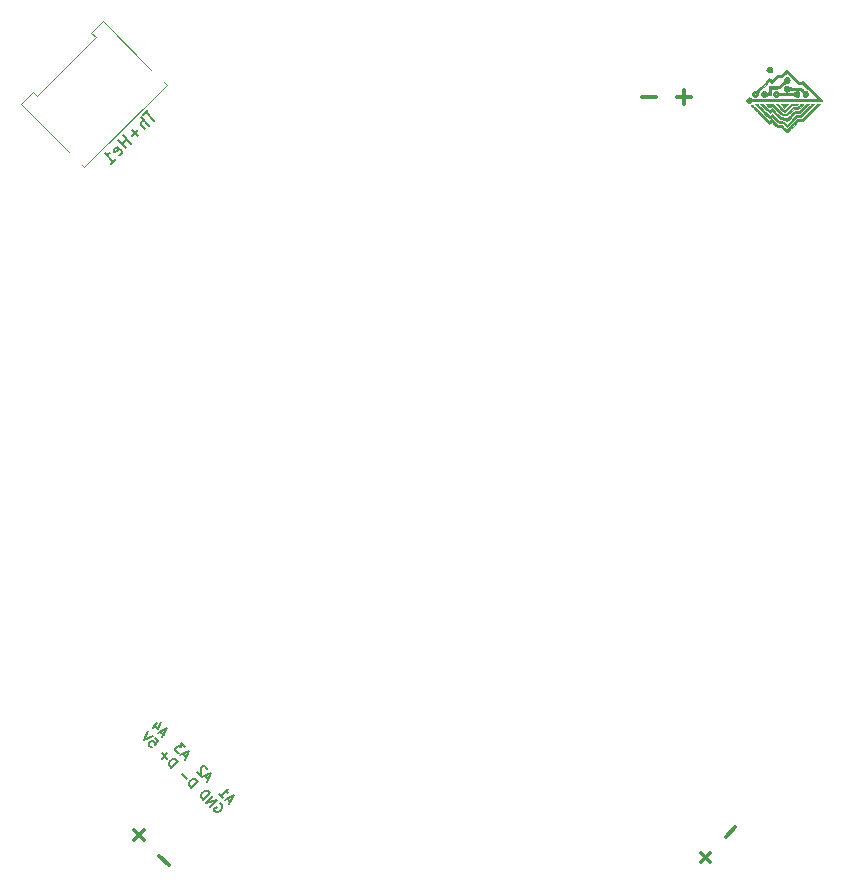
<source format=gbr>
%TF.GenerationSoftware,KiCad,Pcbnew,(6.0.8)*%
%TF.CreationDate,2023-01-17T07:54:29-05:00*%
%TF.ProjectId,K1+K2 Carabiner for Round Heatsinks,4b312b4b-3220-4436-9172-6162696e6572,rev?*%
%TF.SameCoordinates,Original*%
%TF.FileFunction,Legend,Bot*%
%TF.FilePolarity,Positive*%
%FSLAX46Y46*%
G04 Gerber Fmt 4.6, Leading zero omitted, Abs format (unit mm)*
G04 Created by KiCad (PCBNEW (6.0.8)) date 2023-01-17 07:54:29*
%MOMM*%
%LPD*%
G01*
G04 APERTURE LIST*
%ADD10C,0.300000*%
%ADD11C,0.200000*%
%ADD12C,0.150000*%
%ADD13C,0.010000*%
%ADD14C,0.120000*%
G04 APERTURE END LIST*
D10*
X84692517Y-108703959D02*
X85500639Y-107895837D01*
X84692517Y-107895837D02*
X85500639Y-108703959D01*
X86813837Y-106582639D02*
X87621959Y-105774517D01*
X36711040Y-106028517D02*
X37519162Y-106836639D01*
X37519162Y-106028517D02*
X36711040Y-106836639D01*
X38832360Y-108149837D02*
X39640482Y-108957959D01*
X83859428Y-43922142D02*
X82716571Y-43922142D01*
X83288000Y-44493571D02*
X83288000Y-43350714D01*
X80859428Y-43922142D02*
X79716571Y-43922142D01*
D11*
X44868584Y-103582392D02*
X44599210Y-103313018D01*
X44760834Y-103797891D02*
X45137958Y-103043644D01*
X44383711Y-103420767D01*
X43898837Y-102935894D02*
X44222086Y-103259143D01*
X44060462Y-103097518D02*
X44626147Y-102531833D01*
X44599210Y-102666520D01*
X44599210Y-102774270D01*
X44626147Y-102855082D01*
X42982966Y-101696773D02*
X42713592Y-101427399D01*
X42875216Y-101912273D02*
X43252340Y-101158025D01*
X42498092Y-101535149D01*
X42848279Y-100861714D02*
X42848279Y-100807839D01*
X42821341Y-100727027D01*
X42686654Y-100592340D01*
X42605842Y-100565403D01*
X42551967Y-100565403D01*
X42471155Y-100592340D01*
X42417280Y-100646215D01*
X42363405Y-100753964D01*
X42363405Y-101400462D01*
X42013219Y-101050276D01*
X41097348Y-99811155D02*
X40827974Y-99541781D01*
X40989598Y-100026655D02*
X41366722Y-99272407D01*
X40612474Y-99649531D01*
X41043473Y-98949159D02*
X40693287Y-98598972D01*
X40666349Y-99003033D01*
X40585537Y-98922221D01*
X40504725Y-98895284D01*
X40450850Y-98895284D01*
X40370038Y-98922221D01*
X40235351Y-99056908D01*
X40208413Y-99137720D01*
X40208413Y-99191595D01*
X40235351Y-99272407D01*
X40396975Y-99434032D01*
X40477787Y-99460969D01*
X40531662Y-99460969D01*
X39211729Y-97925537D02*
X38942355Y-97656163D01*
X39103980Y-98141037D02*
X39481104Y-97386789D01*
X38726856Y-97763913D01*
X38672981Y-96955791D02*
X38295858Y-97332914D01*
X39023168Y-96874979D02*
X38753794Y-97413727D01*
X38403607Y-97063540D01*
X43957830Y-103738898D02*
X44038642Y-103765836D01*
X44119454Y-103846648D01*
X44173329Y-103954398D01*
X44173329Y-104062147D01*
X44146392Y-104142959D01*
X44065579Y-104277646D01*
X43984767Y-104358459D01*
X43850080Y-104439271D01*
X43769268Y-104466208D01*
X43661518Y-104466208D01*
X43553769Y-104412333D01*
X43499894Y-104358459D01*
X43446019Y-104250709D01*
X43446019Y-104196834D01*
X43634581Y-104008272D01*
X43742331Y-104116022D01*
X43149708Y-104008272D02*
X43715393Y-103442587D01*
X42826459Y-103685024D01*
X43392144Y-103119338D01*
X42557085Y-103415649D02*
X43122770Y-102849964D01*
X42988083Y-102715277D01*
X42880334Y-102661402D01*
X42772584Y-102661402D01*
X42691772Y-102688340D01*
X42557085Y-102769152D01*
X42476273Y-102849964D01*
X42395460Y-102984651D01*
X42368523Y-103065463D01*
X42368523Y-103173213D01*
X42422398Y-103280962D01*
X42557085Y-103415649D01*
X41560401Y-102418966D02*
X42126086Y-101853280D01*
X41991399Y-101718593D01*
X41883650Y-101664718D01*
X41775900Y-101664718D01*
X41695088Y-101691656D01*
X41560401Y-101772468D01*
X41479589Y-101853280D01*
X41398777Y-101987967D01*
X41371839Y-102068779D01*
X41371839Y-102176529D01*
X41425714Y-102284279D01*
X41560401Y-102418966D01*
X41210215Y-101637781D02*
X40779216Y-101206783D01*
X39863345Y-100721909D02*
X40429030Y-100156224D01*
X40294343Y-100021537D01*
X40186594Y-99967662D01*
X40078844Y-99967662D01*
X39998032Y-99994600D01*
X39863345Y-100075412D01*
X39782533Y-100156224D01*
X39701720Y-100290911D01*
X39674783Y-100371723D01*
X39674783Y-100479473D01*
X39728658Y-100587222D01*
X39863345Y-100721909D01*
X39513159Y-99940725D02*
X39082160Y-99509726D01*
X39082160Y-99940725D02*
X39513159Y-99509726D01*
X38462600Y-98189794D02*
X38731974Y-98459168D01*
X38489537Y-98755479D01*
X38489537Y-98701604D01*
X38462600Y-98620792D01*
X38327913Y-98486105D01*
X38247101Y-98459168D01*
X38193226Y-98459168D01*
X38112414Y-98486105D01*
X37977727Y-98620792D01*
X37950789Y-98701604D01*
X37950789Y-98755479D01*
X37977727Y-98836291D01*
X38112414Y-98970978D01*
X38193226Y-98997916D01*
X38247101Y-98997916D01*
X38274038Y-98001232D02*
X37519791Y-98378355D01*
X37896914Y-97624108D01*
D12*
%TO.C,Th+He1*%
X37904572Y-45013978D02*
X37500511Y-45418039D01*
X38409648Y-45923115D02*
X37702541Y-45216008D01*
X37971915Y-46360848D02*
X37264809Y-45653741D01*
X37668870Y-46663894D02*
X37298480Y-46293504D01*
X37264809Y-46192489D01*
X37298480Y-46091474D01*
X37399496Y-45990459D01*
X37500511Y-45956787D01*
X37567854Y-45956787D01*
X37062778Y-46731237D02*
X36524030Y-47269985D01*
X37062778Y-47269985D02*
X36524030Y-46731237D01*
X36456687Y-47876077D02*
X35749580Y-47168970D01*
X36086297Y-47505688D02*
X35682236Y-47909749D01*
X36052625Y-48280138D02*
X35345519Y-47573031D01*
X35412862Y-48852558D02*
X35513877Y-48818886D01*
X35648564Y-48684199D01*
X35682236Y-48583184D01*
X35648564Y-48482168D01*
X35379190Y-48212794D01*
X35278175Y-48179123D01*
X35177160Y-48212794D01*
X35042473Y-48347481D01*
X35008801Y-48448497D01*
X35042473Y-48549512D01*
X35109816Y-48616855D01*
X35513877Y-48347481D01*
X34739427Y-49593336D02*
X35143488Y-49189275D01*
X34941458Y-49391306D02*
X34234351Y-48684199D01*
X34402710Y-48717871D01*
X34537397Y-48717871D01*
X34638412Y-48684199D01*
%TO.C,LOGO1*%
G36*
X92984787Y-43851889D02*
G01*
X92897481Y-43914015D01*
X92854602Y-43928457D01*
X92794667Y-43940105D01*
X92776338Y-43938094D01*
X92715372Y-43915212D01*
X92647234Y-43876646D01*
X92591786Y-43834607D01*
X92568889Y-43801303D01*
X92548410Y-43792302D01*
X92473825Y-43783849D01*
X92346559Y-43777697D01*
X92168617Y-43773939D01*
X91942005Y-43772666D01*
X91315121Y-43772666D01*
X91253747Y-43849636D01*
X91176681Y-43909930D01*
X91076064Y-43932161D01*
X90973466Y-43911513D01*
X90886672Y-43848062D01*
X90840289Y-43776673D01*
X90818200Y-43677905D01*
X90818950Y-43674317D01*
X90995530Y-43674317D01*
X91016965Y-43730692D01*
X91040414Y-43754556D01*
X91086296Y-43769404D01*
X91119350Y-43730333D01*
X91126836Y-43682399D01*
X91126785Y-43682260D01*
X92724326Y-43682260D01*
X92724416Y-43682399D01*
X92753375Y-43727343D01*
X92791455Y-43762816D01*
X92817786Y-43765754D01*
X92850813Y-43730692D01*
X92871925Y-43675743D01*
X92857135Y-43625350D01*
X92813119Y-43603333D01*
X92789209Y-43608494D01*
X92740704Y-43642676D01*
X92724326Y-43682260D01*
X91126785Y-43682260D01*
X91106228Y-43626728D01*
X91059000Y-43603333D01*
X91012498Y-43624293D01*
X90995530Y-43674317D01*
X90818950Y-43674317D01*
X90837283Y-43586554D01*
X90888868Y-43510552D01*
X90964281Y-43457830D01*
X91054853Y-43436321D01*
X91151912Y-43453956D01*
X91246787Y-43518666D01*
X91331453Y-43603333D01*
X92536325Y-43603333D01*
X92620992Y-43518666D01*
X92667961Y-43478984D01*
X92772196Y-43434927D01*
X92876985Y-43444656D01*
X92974263Y-43508404D01*
X93011304Y-43555938D01*
X93044726Y-43656861D01*
X93042937Y-43675743D01*
X93034878Y-43760841D01*
X92984787Y-43851889D01*
G37*
D13*
X92984787Y-43851889D02*
X92897481Y-43914015D01*
X92854602Y-43928457D01*
X92794667Y-43940105D01*
X92776338Y-43938094D01*
X92715372Y-43915212D01*
X92647234Y-43876646D01*
X92591786Y-43834607D01*
X92568889Y-43801303D01*
X92548410Y-43792302D01*
X92473825Y-43783849D01*
X92346559Y-43777697D01*
X92168617Y-43773939D01*
X91942005Y-43772666D01*
X91315121Y-43772666D01*
X91253747Y-43849636D01*
X91176681Y-43909930D01*
X91076064Y-43932161D01*
X90973466Y-43911513D01*
X90886672Y-43848062D01*
X90840289Y-43776673D01*
X90818200Y-43677905D01*
X90818950Y-43674317D01*
X90995530Y-43674317D01*
X91016965Y-43730692D01*
X91040414Y-43754556D01*
X91086296Y-43769404D01*
X91119350Y-43730333D01*
X91126836Y-43682399D01*
X91126785Y-43682260D01*
X92724326Y-43682260D01*
X92724416Y-43682399D01*
X92753375Y-43727343D01*
X92791455Y-43762816D01*
X92817786Y-43765754D01*
X92850813Y-43730692D01*
X92871925Y-43675743D01*
X92857135Y-43625350D01*
X92813119Y-43603333D01*
X92789209Y-43608494D01*
X92740704Y-43642676D01*
X92724326Y-43682260D01*
X91126785Y-43682260D01*
X91106228Y-43626728D01*
X91059000Y-43603333D01*
X91012498Y-43624293D01*
X90995530Y-43674317D01*
X90818950Y-43674317D01*
X90837283Y-43586554D01*
X90888868Y-43510552D01*
X90964281Y-43457830D01*
X91054853Y-43436321D01*
X91151912Y-43453956D01*
X91246787Y-43518666D01*
X91331453Y-43603333D01*
X92536325Y-43603333D01*
X92620992Y-43518666D01*
X92667961Y-43478984D01*
X92772196Y-43434927D01*
X92876985Y-43444656D01*
X92974263Y-43508404D01*
X93011304Y-43555938D01*
X93044726Y-43656861D01*
X93042937Y-43675743D01*
X93034878Y-43760841D01*
X92984787Y-43851889D01*
G36*
X94192742Y-44511512D02*
G01*
X94302120Y-44520555D01*
X93753004Y-45063282D01*
X93203889Y-45606009D01*
X92836317Y-45607111D01*
X92399793Y-46044318D01*
X91963268Y-46481525D01*
X91650030Y-46171555D01*
X91283719Y-46171555D01*
X91002556Y-45889333D01*
X90966635Y-45853527D01*
X90866672Y-45756604D01*
X90781980Y-45678389D01*
X90720584Y-45626140D01*
X90690505Y-45607111D01*
X90687659Y-45607364D01*
X90646305Y-45630033D01*
X90592824Y-45678208D01*
X90585574Y-45685758D01*
X90536562Y-45728383D01*
X90505537Y-45741708D01*
X90499954Y-45737536D01*
X90460300Y-45701506D01*
X90387687Y-45632691D01*
X90287180Y-45535979D01*
X90163843Y-45416257D01*
X90022740Y-45278413D01*
X89868935Y-45127333D01*
X89252827Y-44520555D01*
X89363422Y-44511511D01*
X89388030Y-44509907D01*
X89420249Y-44511640D01*
X89453765Y-44522135D01*
X89494088Y-44545847D01*
X89546729Y-44587232D01*
X89617202Y-44650744D01*
X89711016Y-44740839D01*
X89833683Y-44861972D01*
X89990715Y-45018599D01*
X90507414Y-45534731D01*
X90601217Y-45443813D01*
X90695021Y-45352895D01*
X91015342Y-45677558D01*
X91335662Y-46002222D01*
X91523066Y-46002222D01*
X91567678Y-46002343D01*
X91653580Y-46006575D01*
X91712609Y-46023393D01*
X91766135Y-46061511D01*
X91835526Y-46129644D01*
X91960582Y-46257067D01*
X92370569Y-45849623D01*
X92780556Y-45442180D01*
X92963134Y-45440541D01*
X93145712Y-45438903D01*
X93614538Y-44970686D01*
X93651439Y-44933840D01*
X93792107Y-44793864D01*
X93900148Y-44688143D01*
X93981447Y-44612005D01*
X94041887Y-44560778D01*
X94087352Y-44529787D01*
X94123727Y-44514361D01*
X94156895Y-44509827D01*
X94192742Y-44511512D01*
G37*
X94192742Y-44511512D02*
X94302120Y-44520555D01*
X93753004Y-45063282D01*
X93203889Y-45606009D01*
X92836317Y-45607111D01*
X92399793Y-46044318D01*
X91963268Y-46481525D01*
X91650030Y-46171555D01*
X91283719Y-46171555D01*
X91002556Y-45889333D01*
X90966635Y-45853527D01*
X90866672Y-45756604D01*
X90781980Y-45678389D01*
X90720584Y-45626140D01*
X90690505Y-45607111D01*
X90687659Y-45607364D01*
X90646305Y-45630033D01*
X90592824Y-45678208D01*
X90585574Y-45685758D01*
X90536562Y-45728383D01*
X90505537Y-45741708D01*
X90499954Y-45737536D01*
X90460300Y-45701506D01*
X90387687Y-45632691D01*
X90287180Y-45535979D01*
X90163843Y-45416257D01*
X90022740Y-45278413D01*
X89868935Y-45127333D01*
X89252827Y-44520555D01*
X89363422Y-44511511D01*
X89388030Y-44509907D01*
X89420249Y-44511640D01*
X89453765Y-44522135D01*
X89494088Y-44545847D01*
X89546729Y-44587232D01*
X89617202Y-44650744D01*
X89711016Y-44740839D01*
X89833683Y-44861972D01*
X89990715Y-45018599D01*
X90507414Y-45534731D01*
X90601217Y-45443813D01*
X90695021Y-45352895D01*
X91015342Y-45677558D01*
X91335662Y-46002222D01*
X91523066Y-46002222D01*
X91567678Y-46002343D01*
X91653580Y-46006575D01*
X91712609Y-46023393D01*
X91766135Y-46061511D01*
X91835526Y-46129644D01*
X91960582Y-46257067D01*
X92370569Y-45849623D01*
X92780556Y-45442180D01*
X92963134Y-45440541D01*
X93145712Y-45438903D01*
X93614538Y-44970686D01*
X93651439Y-44933840D01*
X93792107Y-44793864D01*
X93900148Y-44688143D01*
X93981447Y-44612005D01*
X94041887Y-44560778D01*
X94087352Y-44529787D01*
X94123727Y-44514361D01*
X94156895Y-44509827D01*
X94192742Y-44511512D01*
G36*
X92678775Y-44507580D02*
G01*
X92782286Y-44512659D01*
X92853094Y-44520878D01*
X92879334Y-44531211D01*
X92877368Y-44546270D01*
X92837299Y-44590830D01*
X92749037Y-44616849D01*
X92617128Y-44622739D01*
X92441889Y-44617325D01*
X92154390Y-44900551D01*
X92026632Y-45025455D01*
X91926113Y-45114910D01*
X91843844Y-45167688D01*
X91770011Y-45183368D01*
X91694805Y-45161532D01*
X91608414Y-45101761D01*
X91501026Y-45003636D01*
X91362831Y-44866738D01*
X91294700Y-44798297D01*
X91195584Y-44696710D01*
X91116388Y-44612992D01*
X91063895Y-44554370D01*
X91044889Y-44528071D01*
X91045621Y-44525426D01*
X91077685Y-44511938D01*
X91142551Y-44506444D01*
X91155167Y-44506695D01*
X91199792Y-44513985D01*
X91246241Y-44536336D01*
X91303558Y-44580416D01*
X91380787Y-44652896D01*
X91486970Y-44760444D01*
X91495994Y-44769714D01*
X91591120Y-44865096D01*
X91672693Y-44942873D01*
X91732293Y-44995253D01*
X91761499Y-45014444D01*
X91763442Y-45014053D01*
X91797919Y-44990286D01*
X91862540Y-44935086D01*
X91948821Y-44855967D01*
X92048278Y-44760444D01*
X92307286Y-44506444D01*
X92593310Y-44506444D01*
X92678775Y-44507580D01*
G37*
X92678775Y-44507580D02*
X92782286Y-44512659D01*
X92853094Y-44520878D01*
X92879334Y-44531211D01*
X92877368Y-44546270D01*
X92837299Y-44590830D01*
X92749037Y-44616849D01*
X92617128Y-44622739D01*
X92441889Y-44617325D01*
X92154390Y-44900551D01*
X92026632Y-45025455D01*
X91926113Y-45114910D01*
X91843844Y-45167688D01*
X91770011Y-45183368D01*
X91694805Y-45161532D01*
X91608414Y-45101761D01*
X91501026Y-45003636D01*
X91362831Y-44866738D01*
X91294700Y-44798297D01*
X91195584Y-44696710D01*
X91116388Y-44612992D01*
X91063895Y-44554370D01*
X91044889Y-44528071D01*
X91045621Y-44525426D01*
X91077685Y-44511938D01*
X91142551Y-44506444D01*
X91155167Y-44506695D01*
X91199792Y-44513985D01*
X91246241Y-44536336D01*
X91303558Y-44580416D01*
X91380787Y-44652896D01*
X91486970Y-44760444D01*
X91495994Y-44769714D01*
X91591120Y-44865096D01*
X91672693Y-44942873D01*
X91732293Y-44995253D01*
X91761499Y-45014444D01*
X91763442Y-45014053D01*
X91797919Y-44990286D01*
X91862540Y-44935086D01*
X91948821Y-44855967D01*
X92048278Y-44760444D01*
X92307286Y-44506444D01*
X92593310Y-44506444D01*
X92678775Y-44507580D01*
G36*
X93760494Y-43782540D02*
G01*
X93705031Y-43864864D01*
X93613111Y-43922068D01*
X93565496Y-43936520D01*
X93520820Y-43934803D01*
X93454971Y-43912668D01*
X93367384Y-43861828D01*
X93318709Y-43782515D01*
X93309179Y-43677352D01*
X93477564Y-43677352D01*
X93484347Y-43725160D01*
X93524875Y-43757118D01*
X93583170Y-43745507D01*
X93596735Y-43733977D01*
X93610636Y-43686168D01*
X93589737Y-43638858D01*
X93542169Y-43617444D01*
X93506654Y-43626879D01*
X93477564Y-43677352D01*
X93309179Y-43677352D01*
X93308221Y-43666785D01*
X93309162Y-43632278D01*
X93300711Y-43565343D01*
X93268928Y-43506648D01*
X93203843Y-43433952D01*
X93093656Y-43321111D01*
X92646474Y-43321111D01*
X92499719Y-43321267D01*
X92372582Y-43322604D01*
X92284574Y-43326447D01*
X92226362Y-43334120D01*
X92188609Y-43346946D01*
X92161982Y-43366250D01*
X92137147Y-43393355D01*
X92095726Y-43431076D01*
X91999912Y-43470022D01*
X91897623Y-43465141D01*
X91804801Y-43418822D01*
X91737387Y-43333455D01*
X91711252Y-43239286D01*
X91714465Y-43214989D01*
X91896649Y-43214989D01*
X91904594Y-43241641D01*
X91941301Y-43280517D01*
X91987183Y-43286838D01*
X92021142Y-43253992D01*
X92028353Y-43221981D01*
X92007665Y-43171042D01*
X91944372Y-43151777D01*
X91902219Y-43165261D01*
X91896649Y-43214989D01*
X91714465Y-43214989D01*
X91724399Y-43139864D01*
X91774488Y-43058280D01*
X91851123Y-43001784D01*
X91943906Y-42977625D01*
X92042439Y-42993051D01*
X92136324Y-43055313D01*
X92136326Y-43055316D01*
X92164681Y-43082147D01*
X92193877Y-43101441D01*
X92233183Y-43114465D01*
X92291866Y-43122486D01*
X92379192Y-43126769D01*
X92504429Y-43128583D01*
X92676843Y-43129192D01*
X93144492Y-43130201D01*
X93240714Y-43221981D01*
X93303742Y-43282100D01*
X93348403Y-43323715D01*
X93429714Y-43390207D01*
X93493769Y-43424357D01*
X93553446Y-43434000D01*
X93648514Y-43453481D01*
X93723510Y-43510565D01*
X93768196Y-43592817D01*
X93780835Y-43686168D01*
X93781037Y-43687667D01*
X93760494Y-43782540D01*
G37*
X93760494Y-43782540D02*
X93705031Y-43864864D01*
X93613111Y-43922068D01*
X93565496Y-43936520D01*
X93520820Y-43934803D01*
X93454971Y-43912668D01*
X93367384Y-43861828D01*
X93318709Y-43782515D01*
X93309179Y-43677352D01*
X93477564Y-43677352D01*
X93484347Y-43725160D01*
X93524875Y-43757118D01*
X93583170Y-43745507D01*
X93596735Y-43733977D01*
X93610636Y-43686168D01*
X93589737Y-43638858D01*
X93542169Y-43617444D01*
X93506654Y-43626879D01*
X93477564Y-43677352D01*
X93309179Y-43677352D01*
X93308221Y-43666785D01*
X93309162Y-43632278D01*
X93300711Y-43565343D01*
X93268928Y-43506648D01*
X93203843Y-43433952D01*
X93093656Y-43321111D01*
X92646474Y-43321111D01*
X92499719Y-43321267D01*
X92372582Y-43322604D01*
X92284574Y-43326447D01*
X92226362Y-43334120D01*
X92188609Y-43346946D01*
X92161982Y-43366250D01*
X92137147Y-43393355D01*
X92095726Y-43431076D01*
X91999912Y-43470022D01*
X91897623Y-43465141D01*
X91804801Y-43418822D01*
X91737387Y-43333455D01*
X91711252Y-43239286D01*
X91714465Y-43214989D01*
X91896649Y-43214989D01*
X91904594Y-43241641D01*
X91941301Y-43280517D01*
X91987183Y-43286838D01*
X92021142Y-43253992D01*
X92028353Y-43221981D01*
X92007665Y-43171042D01*
X91944372Y-43151777D01*
X91902219Y-43165261D01*
X91896649Y-43214989D01*
X91714465Y-43214989D01*
X91724399Y-43139864D01*
X91774488Y-43058280D01*
X91851123Y-43001784D01*
X91943906Y-42977625D01*
X92042439Y-42993051D01*
X92136324Y-43055313D01*
X92136326Y-43055316D01*
X92164681Y-43082147D01*
X92193877Y-43101441D01*
X92233183Y-43114465D01*
X92291866Y-43122486D01*
X92379192Y-43126769D01*
X92504429Y-43128583D01*
X92676843Y-43129192D01*
X93144492Y-43130201D01*
X93240714Y-43221981D01*
X93303742Y-43282100D01*
X93348403Y-43323715D01*
X93429714Y-43390207D01*
X93493769Y-43424357D01*
X93553446Y-43434000D01*
X93648514Y-43453481D01*
X93723510Y-43510565D01*
X93768196Y-43592817D01*
X93780835Y-43686168D01*
X93781037Y-43687667D01*
X93760494Y-43782540D01*
G36*
X94656156Y-44506618D02*
G01*
X94717174Y-44513530D01*
X94742000Y-44527403D01*
X94727592Y-44546052D01*
X94677445Y-44600774D01*
X94595714Y-44686576D01*
X94486939Y-44798783D01*
X94355655Y-44932718D01*
X94206400Y-45083706D01*
X94043712Y-45247070D01*
X93345424Y-45945777D01*
X93147656Y-45946070D01*
X92949889Y-45946363D01*
X92456000Y-46439935D01*
X92349711Y-46545939D01*
X92223600Y-46671102D01*
X92115366Y-46777829D01*
X92030500Y-46860734D01*
X91974493Y-46914431D01*
X91952836Y-46933531D01*
X91933790Y-46918031D01*
X91882202Y-46870033D01*
X91806605Y-46797304D01*
X91715344Y-46707777D01*
X91487127Y-46482000D01*
X91116693Y-46482000D01*
X90898891Y-46265474D01*
X90681088Y-46048949D01*
X90589182Y-46138805D01*
X90497276Y-46228660D01*
X89714238Y-45447186D01*
X89593412Y-45326486D01*
X89416789Y-45149318D01*
X89275095Y-45005796D01*
X89164972Y-44892183D01*
X89083060Y-44804741D01*
X89026000Y-44739734D01*
X88990433Y-44693425D01*
X88973000Y-44662075D01*
X88970342Y-44641949D01*
X88979100Y-44629309D01*
X89011710Y-44608500D01*
X89057622Y-44592008D01*
X89079026Y-44606983D01*
X89136469Y-44657851D01*
X89224650Y-44740377D01*
X89338849Y-44850025D01*
X89474349Y-44982261D01*
X89626432Y-45132549D01*
X89790379Y-45296354D01*
X90492513Y-46001597D01*
X90678979Y-45820867D01*
X90940076Y-46080878D01*
X91201172Y-46340888D01*
X91568631Y-46340888D01*
X91750445Y-46524333D01*
X91792178Y-46565962D01*
X91867819Y-46638736D01*
X91923838Y-46689014D01*
X91950407Y-46707777D01*
X91960149Y-46701042D01*
X92004805Y-46660820D01*
X92079837Y-46589206D01*
X92179474Y-46491811D01*
X92297945Y-46374242D01*
X92429480Y-46242111D01*
X92890404Y-45776444D01*
X93288556Y-45776400D01*
X93916759Y-45141422D01*
X94083000Y-44973728D01*
X94226086Y-44830615D01*
X94338892Y-44719929D01*
X94426125Y-44637558D01*
X94492494Y-44579387D01*
X94542706Y-44541304D01*
X94581469Y-44519195D01*
X94613492Y-44508946D01*
X94643481Y-44506444D01*
X94656156Y-44506618D01*
G37*
X94656156Y-44506618D02*
X94717174Y-44513530D01*
X94742000Y-44527403D01*
X94727592Y-44546052D01*
X94677445Y-44600774D01*
X94595714Y-44686576D01*
X94486939Y-44798783D01*
X94355655Y-44932718D01*
X94206400Y-45083706D01*
X94043712Y-45247070D01*
X93345424Y-45945777D01*
X93147656Y-45946070D01*
X92949889Y-45946363D01*
X92456000Y-46439935D01*
X92349711Y-46545939D01*
X92223600Y-46671102D01*
X92115366Y-46777829D01*
X92030500Y-46860734D01*
X91974493Y-46914431D01*
X91952836Y-46933531D01*
X91933790Y-46918031D01*
X91882202Y-46870033D01*
X91806605Y-46797304D01*
X91715344Y-46707777D01*
X91487127Y-46482000D01*
X91116693Y-46482000D01*
X90898891Y-46265474D01*
X90681088Y-46048949D01*
X90589182Y-46138805D01*
X90497276Y-46228660D01*
X89714238Y-45447186D01*
X89593412Y-45326486D01*
X89416789Y-45149318D01*
X89275095Y-45005796D01*
X89164972Y-44892183D01*
X89083060Y-44804741D01*
X89026000Y-44739734D01*
X88990433Y-44693425D01*
X88973000Y-44662075D01*
X88970342Y-44641949D01*
X88979100Y-44629309D01*
X89011710Y-44608500D01*
X89057622Y-44592008D01*
X89079026Y-44606983D01*
X89136469Y-44657851D01*
X89224650Y-44740377D01*
X89338849Y-44850025D01*
X89474349Y-44982261D01*
X89626432Y-45132549D01*
X89790379Y-45296354D01*
X90492513Y-46001597D01*
X90678979Y-45820867D01*
X90940076Y-46080878D01*
X91201172Y-46340888D01*
X91568631Y-46340888D01*
X91750445Y-46524333D01*
X91792178Y-46565962D01*
X91867819Y-46638736D01*
X91923838Y-46689014D01*
X91950407Y-46707777D01*
X91960149Y-46701042D01*
X92004805Y-46660820D01*
X92079837Y-46589206D01*
X92179474Y-46491811D01*
X92297945Y-46374242D01*
X92429480Y-46242111D01*
X92890404Y-45776444D01*
X93288556Y-45776400D01*
X93916759Y-45141422D01*
X94083000Y-44973728D01*
X94226086Y-44830615D01*
X94338892Y-44719929D01*
X94426125Y-44637558D01*
X94492494Y-44579387D01*
X94542706Y-44541304D01*
X94581469Y-44519195D01*
X94613492Y-44508946D01*
X94643481Y-44506444D01*
X94656156Y-44506618D01*
G36*
X90422978Y-43772666D02*
G01*
X90348478Y-43775481D01*
X90280487Y-43785763D01*
X90254667Y-43801303D01*
X90253292Y-43807099D01*
X90222182Y-43843355D01*
X90162945Y-43887065D01*
X90153506Y-43892734D01*
X90041057Y-43929802D01*
X89933147Y-43912382D01*
X89838389Y-43841678D01*
X89790731Y-43768337D01*
X89771319Y-43672383D01*
X89773030Y-43665229D01*
X89950065Y-43665229D01*
X89964812Y-43717146D01*
X90005061Y-43750604D01*
X90052833Y-43747097D01*
X90061694Y-43740364D01*
X90081575Y-43692370D01*
X90066129Y-43639540D01*
X90021424Y-43608627D01*
X89992971Y-43610634D01*
X89954389Y-43645769D01*
X89950065Y-43665229D01*
X89773030Y-43665229D01*
X89792557Y-43583604D01*
X89845703Y-43509752D01*
X89922017Y-43458579D01*
X90012760Y-43437839D01*
X90109189Y-43455284D01*
X90202564Y-43518666D01*
X90218251Y-43533369D01*
X90291213Y-43583440D01*
X90355616Y-43603333D01*
X90370512Y-43603151D01*
X90396426Y-43597806D01*
X90412235Y-43577235D01*
X90420436Y-43531131D01*
X90423525Y-43449191D01*
X90424000Y-43321111D01*
X90424000Y-43038888D01*
X91286102Y-43038888D01*
X91508100Y-42815581D01*
X91563238Y-42759509D01*
X91644563Y-42671997D01*
X91692788Y-42609881D01*
X91713810Y-42564929D01*
X91713528Y-42528912D01*
X91707895Y-42491839D01*
X91709861Y-42481211D01*
X91896649Y-42481211D01*
X91904594Y-42507863D01*
X91941301Y-42546739D01*
X91987183Y-42553060D01*
X92021142Y-42520215D01*
X92028353Y-42488203D01*
X92007665Y-42437264D01*
X91944372Y-42418000D01*
X91902219Y-42431483D01*
X91896649Y-42481211D01*
X91709861Y-42481211D01*
X91726300Y-42392338D01*
X91784141Y-42305552D01*
X91870406Y-42250989D01*
X91878550Y-42248425D01*
X91958919Y-42233611D01*
X92021304Y-42237993D01*
X92119359Y-42295140D01*
X92180448Y-42377290D01*
X92203848Y-42471546D01*
X92201617Y-42488203D01*
X92191220Y-42565850D01*
X92144225Y-42648140D01*
X92064523Y-42706358D01*
X91953774Y-42728444D01*
X91933893Y-42728821D01*
X91886274Y-42735644D01*
X91838991Y-42756230D01*
X91782142Y-42797274D01*
X91705824Y-42865469D01*
X91600134Y-42967511D01*
X91356175Y-43206578D01*
X90981810Y-43214455D01*
X90607445Y-43222333D01*
X90599367Y-43497500D01*
X90593646Y-43692370D01*
X90591290Y-43772666D01*
X90422978Y-43772666D01*
G37*
X90422978Y-43772666D02*
X90348478Y-43775481D01*
X90280487Y-43785763D01*
X90254667Y-43801303D01*
X90253292Y-43807099D01*
X90222182Y-43843355D01*
X90162945Y-43887065D01*
X90153506Y-43892734D01*
X90041057Y-43929802D01*
X89933147Y-43912382D01*
X89838389Y-43841678D01*
X89790731Y-43768337D01*
X89771319Y-43672383D01*
X89773030Y-43665229D01*
X89950065Y-43665229D01*
X89964812Y-43717146D01*
X90005061Y-43750604D01*
X90052833Y-43747097D01*
X90061694Y-43740364D01*
X90081575Y-43692370D01*
X90066129Y-43639540D01*
X90021424Y-43608627D01*
X89992971Y-43610634D01*
X89954389Y-43645769D01*
X89950065Y-43665229D01*
X89773030Y-43665229D01*
X89792557Y-43583604D01*
X89845703Y-43509752D01*
X89922017Y-43458579D01*
X90012760Y-43437839D01*
X90109189Y-43455284D01*
X90202564Y-43518666D01*
X90218251Y-43533369D01*
X90291213Y-43583440D01*
X90355616Y-43603333D01*
X90370512Y-43603151D01*
X90396426Y-43597806D01*
X90412235Y-43577235D01*
X90420436Y-43531131D01*
X90423525Y-43449191D01*
X90424000Y-43321111D01*
X90424000Y-43038888D01*
X91286102Y-43038888D01*
X91508100Y-42815581D01*
X91563238Y-42759509D01*
X91644563Y-42671997D01*
X91692788Y-42609881D01*
X91713810Y-42564929D01*
X91713528Y-42528912D01*
X91707895Y-42491839D01*
X91709861Y-42481211D01*
X91896649Y-42481211D01*
X91904594Y-42507863D01*
X91941301Y-42546739D01*
X91987183Y-42553060D01*
X92021142Y-42520215D01*
X92028353Y-42488203D01*
X92007665Y-42437264D01*
X91944372Y-42418000D01*
X91902219Y-42431483D01*
X91896649Y-42481211D01*
X91709861Y-42481211D01*
X91726300Y-42392338D01*
X91784141Y-42305552D01*
X91870406Y-42250989D01*
X91878550Y-42248425D01*
X91958919Y-42233611D01*
X92021304Y-42237993D01*
X92119359Y-42295140D01*
X92180448Y-42377290D01*
X92203848Y-42471546D01*
X92201617Y-42488203D01*
X92191220Y-42565850D01*
X92144225Y-42648140D01*
X92064523Y-42706358D01*
X91953774Y-42728444D01*
X91933893Y-42728821D01*
X91886274Y-42735644D01*
X91838991Y-42756230D01*
X91782142Y-42797274D01*
X91705824Y-42865469D01*
X91600134Y-42967511D01*
X91356175Y-43206578D01*
X90981810Y-43214455D01*
X90607445Y-43222333D01*
X90599367Y-43497500D01*
X90593646Y-43692370D01*
X90591290Y-43772666D01*
X90422978Y-43772666D01*
G36*
X90784112Y-44513083D02*
G01*
X91203425Y-44933097D01*
X91622739Y-45353111D01*
X91931539Y-45353111D01*
X92211600Y-45070888D01*
X92491662Y-44788666D01*
X92679503Y-44788666D01*
X92734891Y-44788471D01*
X92816215Y-44783552D01*
X92873745Y-44765148D01*
X92928583Y-44724318D01*
X93001834Y-44652123D01*
X93046737Y-44607841D01*
X93116890Y-44549637D01*
X93178124Y-44520729D01*
X93247718Y-44511215D01*
X93271731Y-44510561D01*
X93334106Y-44512348D01*
X93359111Y-44519046D01*
X93347444Y-44534726D01*
X93303087Y-44583480D01*
X93233332Y-44656359D01*
X93146424Y-44744621D01*
X92933737Y-44958000D01*
X92553663Y-44958000D01*
X92019671Y-45494222D01*
X91779224Y-45493481D01*
X91538778Y-45492740D01*
X91117576Y-45084259D01*
X91080469Y-45048341D01*
X90956849Y-44929718D01*
X90848536Y-44827338D01*
X90761787Y-44747012D01*
X90702855Y-44694555D01*
X90677995Y-44675777D01*
X90675995Y-44676083D01*
X90642884Y-44698741D01*
X90593334Y-44746333D01*
X90587156Y-44752821D01*
X90538225Y-44798278D01*
X90507640Y-44816888D01*
X90503716Y-44816006D01*
X90465479Y-44790877D01*
X90404536Y-44740228D01*
X90334113Y-44676377D01*
X90267436Y-44611639D01*
X90217730Y-44558329D01*
X90198222Y-44528764D01*
X90213051Y-44521152D01*
X90273693Y-44513238D01*
X90370304Y-44508717D01*
X90491167Y-44508404D01*
X90784112Y-44513083D01*
G37*
X90784112Y-44513083D02*
X91203425Y-44933097D01*
X91622739Y-45353111D01*
X91931539Y-45353111D01*
X92211600Y-45070888D01*
X92491662Y-44788666D01*
X92679503Y-44788666D01*
X92734891Y-44788471D01*
X92816215Y-44783552D01*
X92873745Y-44765148D01*
X92928583Y-44724318D01*
X93001834Y-44652123D01*
X93046737Y-44607841D01*
X93116890Y-44549637D01*
X93178124Y-44520729D01*
X93247718Y-44511215D01*
X93271731Y-44510561D01*
X93334106Y-44512348D01*
X93359111Y-44519046D01*
X93347444Y-44534726D01*
X93303087Y-44583480D01*
X93233332Y-44656359D01*
X93146424Y-44744621D01*
X92933737Y-44958000D01*
X92553663Y-44958000D01*
X92019671Y-45494222D01*
X91779224Y-45493481D01*
X91538778Y-45492740D01*
X91117576Y-45084259D01*
X91080469Y-45048341D01*
X90956849Y-44929718D01*
X90848536Y-44827338D01*
X90761787Y-44747012D01*
X90702855Y-44694555D01*
X90677995Y-44675777D01*
X90675995Y-44676083D01*
X90642884Y-44698741D01*
X90593334Y-44746333D01*
X90587156Y-44752821D01*
X90538225Y-44798278D01*
X90507640Y-44816888D01*
X90503716Y-44816006D01*
X90465479Y-44790877D01*
X90404536Y-44740228D01*
X90334113Y-44676377D01*
X90267436Y-44611639D01*
X90217730Y-44558329D01*
X90198222Y-44528764D01*
X90213051Y-44521152D01*
X90273693Y-44513238D01*
X90370304Y-44508717D01*
X90491167Y-44508404D01*
X90784112Y-44513083D01*
G36*
X91917264Y-44664212D02*
G01*
X91765286Y-44818102D01*
X91630865Y-44674179D01*
X91626714Y-44669730D01*
X91560927Y-44597924D01*
X91514211Y-44544564D01*
X91496445Y-44520913D01*
X91509645Y-44518085D01*
X91568400Y-44514579D01*
X91663420Y-44512062D01*
X91782843Y-44510946D01*
X92069242Y-44510323D01*
X91917264Y-44664212D01*
G37*
X91917264Y-44664212D02*
X91765286Y-44818102D01*
X91630865Y-44674179D01*
X91626714Y-44669730D01*
X91560927Y-44597924D01*
X91514211Y-44544564D01*
X91496445Y-44520913D01*
X91509645Y-44518085D01*
X91568400Y-44514579D01*
X91663420Y-44512062D01*
X91782843Y-44510946D01*
X92069242Y-44510323D01*
X91917264Y-44664212D01*
G36*
X89920516Y-44519176D02*
G01*
X89964860Y-44543643D01*
X90021254Y-44589995D01*
X90098711Y-44664507D01*
X90206247Y-44773458D01*
X90228822Y-44796409D01*
X90326144Y-44892865D01*
X90408964Y-44971074D01*
X90469116Y-45023514D01*
X90498439Y-45042666D01*
X90500973Y-45042435D01*
X90540692Y-45020004D01*
X90593334Y-44972111D01*
X90599288Y-44965866D01*
X90649284Y-44920244D01*
X90681927Y-44901555D01*
X90682227Y-44901583D01*
X90709426Y-44922202D01*
X90769144Y-44976868D01*
X90854868Y-45059322D01*
X90960088Y-45163304D01*
X91078290Y-45282555D01*
X91452343Y-45663555D01*
X91634853Y-45663555D01*
X91676363Y-45663918D01*
X91771137Y-45670775D01*
X91834077Y-45689822D01*
X91883421Y-45725614D01*
X91949480Y-45787673D01*
X92163834Y-45577447D01*
X92220432Y-45521656D01*
X92325629Y-45416698D01*
X92421017Y-45320078D01*
X92491244Y-45247277D01*
X92522749Y-45214153D01*
X92576620Y-45164467D01*
X92627120Y-45138636D01*
X92694189Y-45128858D01*
X92797763Y-45127333D01*
X92991225Y-45127333D01*
X93288184Y-44826753D01*
X93387820Y-44726783D01*
X93480271Y-44637792D01*
X93549207Y-44578424D01*
X93602926Y-44542363D01*
X93649726Y-44523293D01*
X93697905Y-44514898D01*
X93723747Y-44512906D01*
X93785834Y-44514446D01*
X93810667Y-44525821D01*
X93810664Y-44525919D01*
X93791154Y-44552440D01*
X93737818Y-44611952D01*
X93656881Y-44697847D01*
X93554571Y-44803514D01*
X93437115Y-44922343D01*
X93063562Y-45296666D01*
X92679342Y-45296666D01*
X92320727Y-45649412D01*
X92216399Y-45751364D01*
X92112286Y-45851606D01*
X92028077Y-45931040D01*
X91970485Y-45983343D01*
X91946225Y-46002190D01*
X91940233Y-45999831D01*
X91903164Y-45970226D01*
X91849222Y-45917555D01*
X91802628Y-45873655D01*
X91753649Y-45846902D01*
X91686979Y-45835366D01*
X91583279Y-45832888D01*
X91398452Y-45832888D01*
X91041156Y-45476386D01*
X90683861Y-45119883D01*
X90597541Y-45215330D01*
X90511222Y-45310777D01*
X89715774Y-44517637D01*
X89829220Y-44510943D01*
X89831916Y-44510786D01*
X89879206Y-44510316D01*
X89920516Y-44519176D01*
G37*
X89920516Y-44519176D02*
X89964860Y-44543643D01*
X90021254Y-44589995D01*
X90098711Y-44664507D01*
X90206247Y-44773458D01*
X90228822Y-44796409D01*
X90326144Y-44892865D01*
X90408964Y-44971074D01*
X90469116Y-45023514D01*
X90498439Y-45042666D01*
X90500973Y-45042435D01*
X90540692Y-45020004D01*
X90593334Y-44972111D01*
X90599288Y-44965866D01*
X90649284Y-44920244D01*
X90681927Y-44901555D01*
X90682227Y-44901583D01*
X90709426Y-44922202D01*
X90769144Y-44976868D01*
X90854868Y-45059322D01*
X90960088Y-45163304D01*
X91078290Y-45282555D01*
X91452343Y-45663555D01*
X91634853Y-45663555D01*
X91676363Y-45663918D01*
X91771137Y-45670775D01*
X91834077Y-45689822D01*
X91883421Y-45725614D01*
X91949480Y-45787673D01*
X92163834Y-45577447D01*
X92220432Y-45521656D01*
X92325629Y-45416698D01*
X92421017Y-45320078D01*
X92491244Y-45247277D01*
X92522749Y-45214153D01*
X92576620Y-45164467D01*
X92627120Y-45138636D01*
X92694189Y-45128858D01*
X92797763Y-45127333D01*
X92991225Y-45127333D01*
X93288184Y-44826753D01*
X93387820Y-44726783D01*
X93480271Y-44637792D01*
X93549207Y-44578424D01*
X93602926Y-44542363D01*
X93649726Y-44523293D01*
X93697905Y-44514898D01*
X93723747Y-44512906D01*
X93785834Y-44514446D01*
X93810667Y-44525821D01*
X93810664Y-44525919D01*
X93791154Y-44552440D01*
X93737818Y-44611952D01*
X93656881Y-44697847D01*
X93554571Y-44803514D01*
X93437115Y-44922343D01*
X93063562Y-45296666D01*
X92679342Y-45296666D01*
X92320727Y-45649412D01*
X92216399Y-45751364D01*
X92112286Y-45851606D01*
X92028077Y-45931040D01*
X91970485Y-45983343D01*
X91946225Y-46002190D01*
X91940233Y-45999831D01*
X91903164Y-45970226D01*
X91849222Y-45917555D01*
X91802628Y-45873655D01*
X91753649Y-45846902D01*
X91686979Y-45835366D01*
X91583279Y-45832888D01*
X91398452Y-45832888D01*
X91041156Y-45476386D01*
X90683861Y-45119883D01*
X90597541Y-45215330D01*
X90511222Y-45310777D01*
X89715774Y-44517637D01*
X89829220Y-44510943D01*
X89831916Y-44510786D01*
X89879206Y-44510316D01*
X89920516Y-44519176D01*
G36*
X90676638Y-41774593D02*
G01*
X90674465Y-41776762D01*
X90612013Y-41830458D01*
X90554300Y-41849802D01*
X90472315Y-41844755D01*
X90457004Y-41842351D01*
X90348711Y-41799754D01*
X90278778Y-41725302D01*
X90251008Y-41630719D01*
X90260421Y-41577435D01*
X90437112Y-41577435D01*
X90441039Y-41639342D01*
X90454696Y-41663085D01*
X90501389Y-41682573D01*
X90557262Y-41652560D01*
X90577533Y-41609692D01*
X90559717Y-41563553D01*
X90507313Y-41543111D01*
X90479910Y-41545841D01*
X90437112Y-41577435D01*
X90260421Y-41577435D01*
X90269202Y-41527727D01*
X90337163Y-41428051D01*
X90350193Y-41415657D01*
X90450535Y-41355854D01*
X90552666Y-41348727D01*
X90646023Y-41392677D01*
X90720041Y-41486101D01*
X90725434Y-41496770D01*
X90758799Y-41599471D01*
X90756988Y-41609692D01*
X90743315Y-41686882D01*
X90676638Y-41774593D01*
G37*
X90676638Y-41774593D02*
X90674465Y-41776762D01*
X90612013Y-41830458D01*
X90554300Y-41849802D01*
X90472315Y-41844755D01*
X90457004Y-41842351D01*
X90348711Y-41799754D01*
X90278778Y-41725302D01*
X90251008Y-41630719D01*
X90260421Y-41577435D01*
X90437112Y-41577435D01*
X90441039Y-41639342D01*
X90454696Y-41663085D01*
X90501389Y-41682573D01*
X90557262Y-41652560D01*
X90577533Y-41609692D01*
X90559717Y-41563553D01*
X90507313Y-41543111D01*
X90479910Y-41545841D01*
X90437112Y-41577435D01*
X90260421Y-41577435D01*
X90269202Y-41527727D01*
X90337163Y-41428051D01*
X90350193Y-41415657D01*
X90450535Y-41355854D01*
X90552666Y-41348727D01*
X90646023Y-41392677D01*
X90720041Y-41486101D01*
X90725434Y-41496770D01*
X90758799Y-41599471D01*
X90756988Y-41609692D01*
X90743315Y-41686882D01*
X90676638Y-41774593D01*
G36*
X91994250Y-44273739D02*
G01*
X89016974Y-44280923D01*
X88932436Y-44365461D01*
X88878442Y-44409167D01*
X88776148Y-44449174D01*
X88675378Y-44442088D01*
X88589563Y-44387061D01*
X88571434Y-44366092D01*
X88516541Y-44260726D01*
X88515230Y-44210497D01*
X88688334Y-44210497D01*
X88698762Y-44247585D01*
X88751960Y-44275590D01*
X88766703Y-44276484D01*
X88818500Y-44256293D01*
X88841127Y-44211864D01*
X88822079Y-44163234D01*
X88815392Y-44157302D01*
X88761428Y-44141405D01*
X88710763Y-44162074D01*
X88688334Y-44210497D01*
X88515230Y-44210497D01*
X88513797Y-44155558D01*
X88561421Y-44061037D01*
X88657634Y-43987611D01*
X88681856Y-43975790D01*
X88745279Y-43951393D01*
X88795754Y-43953296D01*
X88861577Y-43980514D01*
X88875106Y-43987298D01*
X88939697Y-44029594D01*
X88974445Y-44068958D01*
X88974532Y-44069174D01*
X88982510Y-44076174D01*
X89002352Y-44082367D01*
X89037242Y-44087800D01*
X89090363Y-44092522D01*
X89164901Y-44096581D01*
X89264040Y-44100023D01*
X89390964Y-44102897D01*
X89548857Y-44105251D01*
X89740905Y-44107132D01*
X89970290Y-44108588D01*
X90240198Y-44109667D01*
X90553813Y-44110416D01*
X90914319Y-44110884D01*
X91324900Y-44111118D01*
X91788742Y-44111165D01*
X94586778Y-44110998D01*
X93936423Y-43462054D01*
X93286069Y-42813111D01*
X92894050Y-42813111D01*
X92421578Y-42341252D01*
X91949107Y-41869394D01*
X91761325Y-42059030D01*
X91573544Y-42248666D01*
X91201172Y-42248666D01*
X90940151Y-42508602D01*
X90679130Y-42768537D01*
X90588864Y-42676211D01*
X90498597Y-42583884D01*
X90011440Y-43070444D01*
X89962399Y-43119443D01*
X89821479Y-43260815D01*
X89714618Y-43369892D01*
X89637173Y-43452422D01*
X89584502Y-43514151D01*
X89551963Y-43560825D01*
X89534912Y-43598191D01*
X89528708Y-43631995D01*
X89528709Y-43667984D01*
X89528009Y-43686168D01*
X89526064Y-43736735D01*
X89500430Y-43798651D01*
X89438755Y-43863291D01*
X89384756Y-43906892D01*
X89324194Y-43933587D01*
X89257600Y-43930264D01*
X89207576Y-43916104D01*
X89115844Y-43859075D01*
X89060322Y-43778411D01*
X89040124Y-43685923D01*
X89041444Y-43677352D01*
X89216008Y-43677352D01*
X89222791Y-43725160D01*
X89263320Y-43757118D01*
X89321614Y-43745507D01*
X89335179Y-43733977D01*
X89349080Y-43686168D01*
X89328181Y-43638858D01*
X89280614Y-43617444D01*
X89245099Y-43626879D01*
X89216008Y-43677352D01*
X89041444Y-43677352D01*
X89054365Y-43593426D01*
X89102156Y-43512731D01*
X89182612Y-43455651D01*
X89294846Y-43434000D01*
X89307637Y-43433758D01*
X89340665Y-43429336D01*
X89376148Y-43415907D01*
X89419416Y-43389037D01*
X89475799Y-43344287D01*
X89550626Y-43277223D01*
X89649228Y-43183407D01*
X89776934Y-43058404D01*
X89939074Y-42897777D01*
X89941737Y-42895132D01*
X90085092Y-42753622D01*
X90215766Y-42626256D01*
X90328326Y-42518199D01*
X90417338Y-42434619D01*
X90477369Y-42380682D01*
X90502985Y-42361555D01*
X90505312Y-42361818D01*
X90542075Y-42384351D01*
X90593334Y-42432111D01*
X90599254Y-42438319D01*
X90649411Y-42483965D01*
X90682365Y-42502666D01*
X90700093Y-42491909D01*
X90751284Y-42448076D01*
X90825452Y-42378289D01*
X90913374Y-42291000D01*
X91121635Y-42079333D01*
X91498052Y-42079333D01*
X91727387Y-41851839D01*
X91956723Y-41624345D01*
X92467417Y-42130833D01*
X92978111Y-42637322D01*
X93152865Y-42624944D01*
X93327618Y-42612566D01*
X94149572Y-43439560D01*
X94917168Y-44211864D01*
X94971525Y-44266555D01*
X91994250Y-44273739D01*
G37*
X91994250Y-44273739D02*
X89016974Y-44280923D01*
X88932436Y-44365461D01*
X88878442Y-44409167D01*
X88776148Y-44449174D01*
X88675378Y-44442088D01*
X88589563Y-44387061D01*
X88571434Y-44366092D01*
X88516541Y-44260726D01*
X88515230Y-44210497D01*
X88688334Y-44210497D01*
X88698762Y-44247585D01*
X88751960Y-44275590D01*
X88766703Y-44276484D01*
X88818500Y-44256293D01*
X88841127Y-44211864D01*
X88822079Y-44163234D01*
X88815392Y-44157302D01*
X88761428Y-44141405D01*
X88710763Y-44162074D01*
X88688334Y-44210497D01*
X88515230Y-44210497D01*
X88513797Y-44155558D01*
X88561421Y-44061037D01*
X88657634Y-43987611D01*
X88681856Y-43975790D01*
X88745279Y-43951393D01*
X88795754Y-43953296D01*
X88861577Y-43980514D01*
X88875106Y-43987298D01*
X88939697Y-44029594D01*
X88974445Y-44068958D01*
X88974532Y-44069174D01*
X88982510Y-44076174D01*
X89002352Y-44082367D01*
X89037242Y-44087800D01*
X89090363Y-44092522D01*
X89164901Y-44096581D01*
X89264040Y-44100023D01*
X89390964Y-44102897D01*
X89548857Y-44105251D01*
X89740905Y-44107132D01*
X89970290Y-44108588D01*
X90240198Y-44109667D01*
X90553813Y-44110416D01*
X90914319Y-44110884D01*
X91324900Y-44111118D01*
X91788742Y-44111165D01*
X94586778Y-44110998D01*
X93936423Y-43462054D01*
X93286069Y-42813111D01*
X92894050Y-42813111D01*
X92421578Y-42341252D01*
X91949107Y-41869394D01*
X91761325Y-42059030D01*
X91573544Y-42248666D01*
X91201172Y-42248666D01*
X90940151Y-42508602D01*
X90679130Y-42768537D01*
X90588864Y-42676211D01*
X90498597Y-42583884D01*
X90011440Y-43070444D01*
X89962399Y-43119443D01*
X89821479Y-43260815D01*
X89714618Y-43369892D01*
X89637173Y-43452422D01*
X89584502Y-43514151D01*
X89551963Y-43560825D01*
X89534912Y-43598191D01*
X89528708Y-43631995D01*
X89528709Y-43667984D01*
X89528009Y-43686168D01*
X89526064Y-43736735D01*
X89500430Y-43798651D01*
X89438755Y-43863291D01*
X89384756Y-43906892D01*
X89324194Y-43933587D01*
X89257600Y-43930264D01*
X89207576Y-43916104D01*
X89115844Y-43859075D01*
X89060322Y-43778411D01*
X89040124Y-43685923D01*
X89041444Y-43677352D01*
X89216008Y-43677352D01*
X89222791Y-43725160D01*
X89263320Y-43757118D01*
X89321614Y-43745507D01*
X89335179Y-43733977D01*
X89349080Y-43686168D01*
X89328181Y-43638858D01*
X89280614Y-43617444D01*
X89245099Y-43626879D01*
X89216008Y-43677352D01*
X89041444Y-43677352D01*
X89054365Y-43593426D01*
X89102156Y-43512731D01*
X89182612Y-43455651D01*
X89294846Y-43434000D01*
X89307637Y-43433758D01*
X89340665Y-43429336D01*
X89376148Y-43415907D01*
X89419416Y-43389037D01*
X89475799Y-43344287D01*
X89550626Y-43277223D01*
X89649228Y-43183407D01*
X89776934Y-43058404D01*
X89939074Y-42897777D01*
X89941737Y-42895132D01*
X90085092Y-42753622D01*
X90215766Y-42626256D01*
X90328326Y-42518199D01*
X90417338Y-42434619D01*
X90477369Y-42380682D01*
X90502985Y-42361555D01*
X90505312Y-42361818D01*
X90542075Y-42384351D01*
X90593334Y-42432111D01*
X90599254Y-42438319D01*
X90649411Y-42483965D01*
X90682365Y-42502666D01*
X90700093Y-42491909D01*
X90751284Y-42448076D01*
X90825452Y-42378289D01*
X90913374Y-42291000D01*
X91121635Y-42079333D01*
X91498052Y-42079333D01*
X91727387Y-41851839D01*
X91956723Y-41624345D01*
X92467417Y-42130833D01*
X92978111Y-42637322D01*
X93152865Y-42624944D01*
X93327618Y-42612566D01*
X94149572Y-43439560D01*
X94917168Y-44211864D01*
X94971525Y-44266555D01*
X91994250Y-44273739D01*
D14*
%TO.C,Th+He1*%
X39460068Y-42894924D02*
X32480924Y-49874068D01*
X34093127Y-37527984D02*
X33089036Y-38532075D01*
X39240865Y-42675721D02*
X39460068Y-42894924D01*
X33089036Y-38532075D02*
X33442589Y-38885629D01*
X32480924Y-49874068D02*
X32261721Y-49654865D01*
X28471628Y-43856589D02*
X28118075Y-43503036D01*
X38166062Y-41600919D02*
X34093127Y-37527984D01*
X27113983Y-44507128D02*
X31186918Y-48580063D01*
X28118075Y-43503036D02*
X27113983Y-44507128D01*
X33442589Y-38885629D02*
X28471628Y-43856589D01*
%TD*%
M02*

</source>
